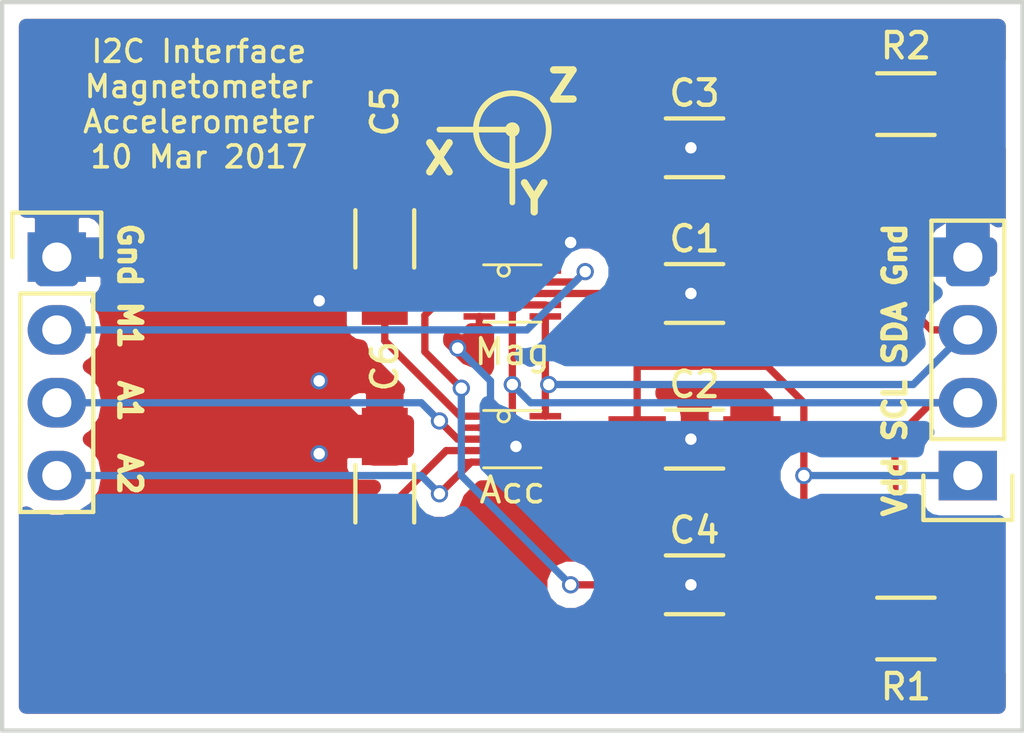
<source format=kicad_pcb>
(kicad_pcb (version 4) (host pcbnew 4.0.5)

  (general
    (links 33)
    (no_connects 0)
    (area 123.944667 101.524999 165.615334 127.16)
    (thickness 1.6)
    (drawings 17)
    (tracks 118)
    (zones 0)
    (modules 12)
    (nets 11)
  )

  (page USLetter)
  (title_block
    (title "Magnetometer-Accelerometer Prototype")
    (rev A)
  )

  (layers
    (0 F.Cu signal)
    (31 B.Cu signal)
    (32 B.Adhes user)
    (33 F.Adhes user)
    (34 B.Paste user)
    (35 F.Paste user)
    (36 B.SilkS user)
    (37 F.SilkS user)
    (38 B.Mask user)
    (39 F.Mask user)
    (40 Dwgs.User user)
    (41 Cmts.User user)
    (42 Eco1.User user)
    (43 Eco2.User user)
    (44 Edge.Cuts user)
    (45 Margin user)
    (46 B.CrtYd user)
    (47 F.CrtYd user)
    (48 B.Fab user)
    (49 F.Fab user)
  )

  (setup
    (last_trace_width 0.254)
    (trace_clearance 0.127)
    (zone_clearance 0.508)
    (zone_45_only no)
    (trace_min 0.2)
    (segment_width 0.508)
    (edge_width 0.15)
    (via_size 0.6)
    (via_drill 0.4)
    (via_min_size 0.4)
    (via_min_drill 0.3)
    (uvia_size 0.3)
    (uvia_drill 0.1)
    (uvias_allowed no)
    (uvia_min_size 0.2)
    (uvia_min_drill 0.1)
    (pcb_text_width 0.3)
    (pcb_text_size 1.5 1.5)
    (mod_edge_width 0.15)
    (mod_text_size 1 1)
    (mod_text_width 0.15)
    (pad_size 1.524 1.524)
    (pad_drill 0.762)
    (pad_to_mask_clearance 0.2)
    (aux_axis_origin 0 0)
    (visible_elements FFFFFF7F)
    (pcbplotparams
      (layerselection 0x00030_80000001)
      (usegerberextensions false)
      (excludeedgelayer true)
      (linewidth 0.010000)
      (plotframeref false)
      (viasonmask false)
      (mode 1)
      (useauxorigin false)
      (hpglpennumber 1)
      (hpglpenspeed 20)
      (hpglpendiameter 15)
      (hpglpenoverlay 2)
      (psnegative false)
      (psa4output false)
      (plotreference true)
      (plotvalue true)
      (plotinvisibletext false)
      (padsonsilk false)
      (subtractmaskfromsilk false)
      (outputformat 1)
      (mirror false)
      (drillshape 1)
      (scaleselection 1)
      (outputdirectory ""))
  )

  (net 0 "")
  (net 1 VDD)
  (net 2 GND)
  (net 3 "Net-(C3-Pad1)")
  (net 4 "Net-(C4-Pad1)")
  (net 5 "Net-(C6-Pad1)")
  (net 6 SCL)
  (net 7 SDA)
  (net 8 MAG_INT)
  (net 9 ACC_INT1)
  (net 10 ACC_INT2)

  (net_class Default "This is the default net class."
    (clearance 0.127)
    (trace_width 0.254)
    (via_dia 0.6)
    (via_drill 0.4)
    (uvia_dia 0.3)
    (uvia_drill 0.1)
    (add_net ACC_INT1)
    (add_net ACC_INT2)
    (add_net GND)
    (add_net MAG_INT)
    (add_net "Net-(C3-Pad1)")
    (add_net "Net-(C4-Pad1)")
    (add_net "Net-(C6-Pad1)")
    (add_net SCL)
    (add_net SDA)
    (add_net VDD)
  )

  (module k7arx:DFN-10-HS (layer F.Cu) (tedit 58C3224D) (tstamp 58C32C0A)
    (at 144.78 116.84)
    (path /58C3080B)
    (fp_text reference U2 (at 0 2) (layer F.SilkS) hide
      (effects (font (size 0.889 0.889) (thickness 0.15)))
    )
    (fp_text value MMA8653FC (at 0 -2) (layer F.Fab) hide
      (effects (font (size 1 1) (thickness 0.15)))
    )
    (fp_circle (center -0.3 -0.8) (end -0.1 -0.8) (layer F.SilkS) (width 0.1))
    (fp_line (start 1 1) (end -1 1) (layer F.SilkS) (width 0.1))
    (fp_line (start 1 -1) (end -1 -1) (layer F.SilkS) (width 0.1))
    (pad 1 smd rect (at -1.15 -0.8) (size 1.1 0.225) (layers F.Cu F.Paste F.Mask)
      (net 1 VDD))
    (pad 2 smd rect (at -1.15 -0.4) (size 1.1 0.225) (layers F.Cu F.Paste F.Mask)
      (net 6 SCL))
    (pad 3 smd rect (at -1.15 0) (size 1.1 0.225) (layers F.Cu F.Paste F.Mask)
      (net 9 ACC_INT1))
    (pad 4 smd rect (at -1.15 0.4) (size 1.1 0.225) (layers F.Cu F.Paste F.Mask)
      (net 5 "Net-(C6-Pad1)"))
    (pad 5 smd rect (at -1.15 0.8) (size 1.1 0.225) (layers F.Cu F.Paste F.Mask)
      (net 10 ACC_INT2))
    (pad 6 smd rect (at 1.15 0.8) (size 1.1 0.225) (layers F.Cu F.Paste F.Mask)
      (net 2 GND))
    (pad 7 smd rect (at 1.15 0.4) (size 1.1 0.225) (layers F.Cu F.Paste F.Mask)
      (net 2 GND))
    (pad 8 smd rect (at 1.15 0) (size 1.1 0.225) (layers F.Cu F.Paste F.Mask)
      (net 1 VDD))
    (pad 9 smd rect (at 1.15 -0.4) (size 1.1 0.225) (layers F.Cu F.Paste F.Mask)
      (net 2 GND))
    (pad 10 smd rect (at 1.15 -0.8) (size 1.1 0.225) (layers F.Cu F.Paste F.Mask)
      (net 7 SDA))
  )

  (module Capacitors_SMD:C_1206_HandSoldering (layer F.Cu) (tedit 58C32235) (tstamp 58C32BB4)
    (at 151.13 111.76)
    (descr "Capacitor SMD 1206, hand soldering")
    (tags "capacitor 1206")
    (path /58C308C1)
    (attr smd)
    (fp_text reference C1 (at 0 -1.905) (layer F.SilkS)
      (effects (font (size 0.889 0.889) (thickness 0.15)))
    )
    (fp_text value 1uF (at 0 2.3) (layer F.Fab) hide
      (effects (font (size 1 1) (thickness 0.15)))
    )
    (fp_line (start -1.6 0.8) (end -1.6 -0.8) (layer F.Fab) (width 0.15))
    (fp_line (start 1.6 0.8) (end -1.6 0.8) (layer F.Fab) (width 0.15))
    (fp_line (start 1.6 -0.8) (end 1.6 0.8) (layer F.Fab) (width 0.15))
    (fp_line (start -1.6 -0.8) (end 1.6 -0.8) (layer F.Fab) (width 0.15))
    (fp_line (start -3.3 -1.15) (end 3.3 -1.15) (layer F.CrtYd) (width 0.05))
    (fp_line (start -3.3 1.15) (end 3.3 1.15) (layer F.CrtYd) (width 0.05))
    (fp_line (start -3.3 -1.15) (end -3.3 1.15) (layer F.CrtYd) (width 0.05))
    (fp_line (start 3.3 -1.15) (end 3.3 1.15) (layer F.CrtYd) (width 0.05))
    (fp_line (start 1 -1.025) (end -1 -1.025) (layer F.SilkS) (width 0.15))
    (fp_line (start -1 1.025) (end 1 1.025) (layer F.SilkS) (width 0.15))
    (pad 1 smd rect (at -2 0) (size 2 1.6) (layers F.Cu F.Paste F.Mask)
      (net 1 VDD))
    (pad 2 smd rect (at 2 0) (size 2 1.6) (layers F.Cu F.Paste F.Mask)
      (net 2 GND))
    (model Capacitors_SMD.3dshapes/C_1206_HandSoldering.wrl
      (at (xyz 0 0 0))
      (scale (xyz 1 1 1))
      (rotate (xyz 0 0 0))
    )
  )

  (module Capacitors_SMD:C_1206_HandSoldering (layer F.Cu) (tedit 58C3225E) (tstamp 58C32BBA)
    (at 151.13 116.84)
    (descr "Capacitor SMD 1206, hand soldering")
    (tags "capacitor 1206")
    (path /58C3089C)
    (attr smd)
    (fp_text reference C2 (at 0 -1.905) (layer F.SilkS)
      (effects (font (size 0.889 0.889) (thickness 0.15)))
    )
    (fp_text value 0.1uF (at 0 2.3) (layer F.Fab) hide
      (effects (font (size 1 1) (thickness 0.15)))
    )
    (fp_line (start -1.6 0.8) (end -1.6 -0.8) (layer F.Fab) (width 0.15))
    (fp_line (start 1.6 0.8) (end -1.6 0.8) (layer F.Fab) (width 0.15))
    (fp_line (start 1.6 -0.8) (end 1.6 0.8) (layer F.Fab) (width 0.15))
    (fp_line (start -1.6 -0.8) (end 1.6 -0.8) (layer F.Fab) (width 0.15))
    (fp_line (start -3.3 -1.15) (end 3.3 -1.15) (layer F.CrtYd) (width 0.05))
    (fp_line (start -3.3 1.15) (end 3.3 1.15) (layer F.CrtYd) (width 0.05))
    (fp_line (start -3.3 -1.15) (end -3.3 1.15) (layer F.CrtYd) (width 0.05))
    (fp_line (start 3.3 -1.15) (end 3.3 1.15) (layer F.CrtYd) (width 0.05))
    (fp_line (start 1 -1.025) (end -1 -1.025) (layer F.SilkS) (width 0.15))
    (fp_line (start -1 1.025) (end 1 1.025) (layer F.SilkS) (width 0.15))
    (pad 1 smd rect (at -2 0) (size 2 1.6) (layers F.Cu F.Paste F.Mask)
      (net 1 VDD))
    (pad 2 smd rect (at 2 0) (size 2 1.6) (layers F.Cu F.Paste F.Mask)
      (net 2 GND))
    (model Capacitors_SMD.3dshapes/C_1206_HandSoldering.wrl
      (at (xyz 0 0 0))
      (scale (xyz 1 1 1))
      (rotate (xyz 0 0 0))
    )
  )

  (module Capacitors_SMD:C_1206_HandSoldering (layer F.Cu) (tedit 58C3222E) (tstamp 58C32BC0)
    (at 151.13 106.68)
    (descr "Capacitor SMD 1206, hand soldering")
    (tags "capacitor 1206")
    (path /58C30858)
    (attr smd)
    (fp_text reference C3 (at 0 -1.905) (layer F.SilkS)
      (effects (font (size 0.889 0.889) (thickness 0.15)))
    )
    (fp_text value 0.1uF (at 0 2.3) (layer F.Fab) hide
      (effects (font (size 1 1) (thickness 0.15)))
    )
    (fp_line (start -1.6 0.8) (end -1.6 -0.8) (layer F.Fab) (width 0.15))
    (fp_line (start 1.6 0.8) (end -1.6 0.8) (layer F.Fab) (width 0.15))
    (fp_line (start 1.6 -0.8) (end 1.6 0.8) (layer F.Fab) (width 0.15))
    (fp_line (start -1.6 -0.8) (end 1.6 -0.8) (layer F.Fab) (width 0.15))
    (fp_line (start -3.3 -1.15) (end 3.3 -1.15) (layer F.CrtYd) (width 0.05))
    (fp_line (start -3.3 1.15) (end 3.3 1.15) (layer F.CrtYd) (width 0.05))
    (fp_line (start -3.3 -1.15) (end -3.3 1.15) (layer F.CrtYd) (width 0.05))
    (fp_line (start 3.3 -1.15) (end 3.3 1.15) (layer F.CrtYd) (width 0.05))
    (fp_line (start 1 -1.025) (end -1 -1.025) (layer F.SilkS) (width 0.15))
    (fp_line (start -1 1.025) (end 1 1.025) (layer F.SilkS) (width 0.15))
    (pad 1 smd rect (at -2 0) (size 2 1.6) (layers F.Cu F.Paste F.Mask)
      (net 3 "Net-(C3-Pad1)"))
    (pad 2 smd rect (at 2 0) (size 2 1.6) (layers F.Cu F.Paste F.Mask)
      (net 2 GND))
    (model Capacitors_SMD.3dshapes/C_1206_HandSoldering.wrl
      (at (xyz 0 0 0))
      (scale (xyz 1 1 1))
      (rotate (xyz 0 0 0))
    )
  )

  (module Capacitors_SMD:C_1206_HandSoldering (layer F.Cu) (tedit 58C32266) (tstamp 58C32BC6)
    (at 151.13 121.92)
    (descr "Capacitor SMD 1206, hand soldering")
    (tags "capacitor 1206")
    (path /58C30A88)
    (attr smd)
    (fp_text reference C4 (at 0 -1.905) (layer F.SilkS)
      (effects (font (size 0.889 0.889) (thickness 0.15)))
    )
    (fp_text value 0.1uF (at 0 2.3) (layer F.Fab) hide
      (effects (font (size 1 1) (thickness 0.15)))
    )
    (fp_line (start -1.6 0.8) (end -1.6 -0.8) (layer F.Fab) (width 0.15))
    (fp_line (start 1.6 0.8) (end -1.6 0.8) (layer F.Fab) (width 0.15))
    (fp_line (start 1.6 -0.8) (end 1.6 0.8) (layer F.Fab) (width 0.15))
    (fp_line (start -1.6 -0.8) (end 1.6 -0.8) (layer F.Fab) (width 0.15))
    (fp_line (start -3.3 -1.15) (end 3.3 -1.15) (layer F.CrtYd) (width 0.05))
    (fp_line (start -3.3 1.15) (end 3.3 1.15) (layer F.CrtYd) (width 0.05))
    (fp_line (start -3.3 -1.15) (end -3.3 1.15) (layer F.CrtYd) (width 0.05))
    (fp_line (start 3.3 -1.15) (end 3.3 1.15) (layer F.CrtYd) (width 0.05))
    (fp_line (start 1 -1.025) (end -1 -1.025) (layer F.SilkS) (width 0.15))
    (fp_line (start -1 1.025) (end 1 1.025) (layer F.SilkS) (width 0.15))
    (pad 1 smd rect (at -2 0) (size 2 1.6) (layers F.Cu F.Paste F.Mask)
      (net 4 "Net-(C4-Pad1)"))
    (pad 2 smd rect (at 2 0) (size 2 1.6) (layers F.Cu F.Paste F.Mask)
      (net 2 GND))
    (model Capacitors_SMD.3dshapes/C_1206_HandSoldering.wrl
      (at (xyz 0 0 0))
      (scale (xyz 1 1 1))
      (rotate (xyz 0 0 0))
    )
  )

  (module Capacitors_SMD:C_1206_HandSoldering (layer F.Cu) (tedit 58C32228) (tstamp 58C32BCC)
    (at 140.335 109.855 90)
    (descr "Capacitor SMD 1206, hand soldering")
    (tags "capacitor 1206")
    (path /58C30B99)
    (attr smd)
    (fp_text reference C5 (at 4.445 0 90) (layer F.SilkS)
      (effects (font (size 0.889 0.889) (thickness 0.15)))
    )
    (fp_text value 0.1uF (at 0 2.3 90) (layer F.Fab) hide
      (effects (font (size 1 1) (thickness 0.15)))
    )
    (fp_line (start -1.6 0.8) (end -1.6 -0.8) (layer F.Fab) (width 0.15))
    (fp_line (start 1.6 0.8) (end -1.6 0.8) (layer F.Fab) (width 0.15))
    (fp_line (start 1.6 -0.8) (end 1.6 0.8) (layer F.Fab) (width 0.15))
    (fp_line (start -1.6 -0.8) (end 1.6 -0.8) (layer F.Fab) (width 0.15))
    (fp_line (start -3.3 -1.15) (end 3.3 -1.15) (layer F.CrtYd) (width 0.05))
    (fp_line (start -3.3 1.15) (end 3.3 1.15) (layer F.CrtYd) (width 0.05))
    (fp_line (start -3.3 -1.15) (end -3.3 1.15) (layer F.CrtYd) (width 0.05))
    (fp_line (start 3.3 -1.15) (end 3.3 1.15) (layer F.CrtYd) (width 0.05))
    (fp_line (start 1 -1.025) (end -1 -1.025) (layer F.SilkS) (width 0.15))
    (fp_line (start -1 1.025) (end 1 1.025) (layer F.SilkS) (width 0.15))
    (pad 1 smd rect (at -2 0 90) (size 2 1.6) (layers F.Cu F.Paste F.Mask)
      (net 1 VDD))
    (pad 2 smd rect (at 2 0 90) (size 2 1.6) (layers F.Cu F.Paste F.Mask)
      (net 2 GND))
    (model Capacitors_SMD.3dshapes/C_1206_HandSoldering.wrl
      (at (xyz 0 0 0))
      (scale (xyz 1 1 1))
      (rotate (xyz 0 0 0))
    )
  )

  (module Capacitors_SMD:C_1206_HandSoldering (layer F.Cu) (tedit 58C32220) (tstamp 58C32BD2)
    (at 140.335 118.745 90)
    (descr "Capacitor SMD 1206, hand soldering")
    (tags "capacitor 1206")
    (path /58C30F37)
    (attr smd)
    (fp_text reference C6 (at 4.445 0 90) (layer F.SilkS)
      (effects (font (size 0.889 0.889) (thickness 0.15)))
    )
    (fp_text value 0.1uF (at 0 2.3 90) (layer F.Fab) hide
      (effects (font (size 1 1) (thickness 0.15)))
    )
    (fp_line (start -1.6 0.8) (end -1.6 -0.8) (layer F.Fab) (width 0.15))
    (fp_line (start 1.6 0.8) (end -1.6 0.8) (layer F.Fab) (width 0.15))
    (fp_line (start 1.6 -0.8) (end 1.6 0.8) (layer F.Fab) (width 0.15))
    (fp_line (start -1.6 -0.8) (end 1.6 -0.8) (layer F.Fab) (width 0.15))
    (fp_line (start -3.3 -1.15) (end 3.3 -1.15) (layer F.CrtYd) (width 0.05))
    (fp_line (start -3.3 1.15) (end 3.3 1.15) (layer F.CrtYd) (width 0.05))
    (fp_line (start -3.3 -1.15) (end -3.3 1.15) (layer F.CrtYd) (width 0.05))
    (fp_line (start 3.3 -1.15) (end 3.3 1.15) (layer F.CrtYd) (width 0.05))
    (fp_line (start 1 -1.025) (end -1 -1.025) (layer F.SilkS) (width 0.15))
    (fp_line (start -1 1.025) (end 1 1.025) (layer F.SilkS) (width 0.15))
    (pad 1 smd rect (at -2 0 90) (size 2 1.6) (layers F.Cu F.Paste F.Mask)
      (net 5 "Net-(C6-Pad1)"))
    (pad 2 smd rect (at 2 0 90) (size 2 1.6) (layers F.Cu F.Paste F.Mask)
      (net 2 GND))
    (model Capacitors_SMD.3dshapes/C_1206_HandSoldering.wrl
      (at (xyz 0 0 0))
      (scale (xyz 1 1 1))
      (rotate (xyz 0 0 0))
    )
  )

  (module Pin_Headers:Pin_Header_Straight_1x04 (layer F.Cu) (tedit 58C321EE) (tstamp 58C32BDA)
    (at 160.655 118.11 180)
    (descr "Through hole pin header")
    (tags "pin header")
    (path /58C31BF6)
    (fp_text reference P1 (at 0 10.16 180) (layer F.SilkS) hide
      (effects (font (size 1 1) (thickness 0.15)))
    )
    (fp_text value CONN_01X04 (at 0 -3.1 180) (layer F.Fab) hide
      (effects (font (size 1 1) (thickness 0.15)))
    )
    (fp_line (start -1.75 -1.75) (end -1.75 9.4) (layer F.CrtYd) (width 0.05))
    (fp_line (start 1.75 -1.75) (end 1.75 9.4) (layer F.CrtYd) (width 0.05))
    (fp_line (start -1.75 -1.75) (end 1.75 -1.75) (layer F.CrtYd) (width 0.05))
    (fp_line (start -1.75 9.4) (end 1.75 9.4) (layer F.CrtYd) (width 0.05))
    (fp_line (start -1.27 1.27) (end -1.27 8.89) (layer F.SilkS) (width 0.15))
    (fp_line (start 1.27 1.27) (end 1.27 8.89) (layer F.SilkS) (width 0.15))
    (fp_line (start 1.55 -1.55) (end 1.55 0) (layer F.SilkS) (width 0.15))
    (fp_line (start -1.27 8.89) (end 1.27 8.89) (layer F.SilkS) (width 0.15))
    (fp_line (start 1.27 1.27) (end -1.27 1.27) (layer F.SilkS) (width 0.15))
    (fp_line (start -1.55 0) (end -1.55 -1.55) (layer F.SilkS) (width 0.15))
    (fp_line (start -1.55 -1.55) (end 1.55 -1.55) (layer F.SilkS) (width 0.15))
    (pad 1 thru_hole rect (at 0 0 180) (size 2.032 1.7272) (drill 1.016) (layers *.Cu *.Mask)
      (net 1 VDD))
    (pad 2 thru_hole oval (at 0 2.54 180) (size 2.032 1.7272) (drill 1.016) (layers *.Cu *.Mask)
      (net 6 SCL))
    (pad 3 thru_hole oval (at 0 5.08 180) (size 2.032 1.7272) (drill 1.016) (layers *.Cu *.Mask)
      (net 7 SDA))
    (pad 4 thru_hole oval (at 0 7.62 180) (size 2.032 1.7272) (drill 1.016) (layers *.Cu *.Mask)
      (net 2 GND))
    (model Pin_Headers.3dshapes/Pin_Header_Straight_1x04.wrl
      (at (xyz 0 -0.15 0))
      (scale (xyz 1 1 1))
      (rotate (xyz 0 0 90))
    )
  )

  (module Pin_Headers:Pin_Header_Straight_1x04 (layer F.Cu) (tedit 58C321EA) (tstamp 58C32BE2)
    (at 128.905 110.49)
    (descr "Through hole pin header")
    (tags "pin header")
    (path /58C31C54)
    (fp_text reference P2 (at 0 -2.54) (layer F.SilkS) hide
      (effects (font (size 1 1) (thickness 0.15)))
    )
    (fp_text value CONN_01X04 (at 0 -3.1) (layer F.Fab) hide
      (effects (font (size 1 1) (thickness 0.15)))
    )
    (fp_line (start -1.75 -1.75) (end -1.75 9.4) (layer F.CrtYd) (width 0.05))
    (fp_line (start 1.75 -1.75) (end 1.75 9.4) (layer F.CrtYd) (width 0.05))
    (fp_line (start -1.75 -1.75) (end 1.75 -1.75) (layer F.CrtYd) (width 0.05))
    (fp_line (start -1.75 9.4) (end 1.75 9.4) (layer F.CrtYd) (width 0.05))
    (fp_line (start -1.27 1.27) (end -1.27 8.89) (layer F.SilkS) (width 0.15))
    (fp_line (start 1.27 1.27) (end 1.27 8.89) (layer F.SilkS) (width 0.15))
    (fp_line (start 1.55 -1.55) (end 1.55 0) (layer F.SilkS) (width 0.15))
    (fp_line (start -1.27 8.89) (end 1.27 8.89) (layer F.SilkS) (width 0.15))
    (fp_line (start 1.27 1.27) (end -1.27 1.27) (layer F.SilkS) (width 0.15))
    (fp_line (start -1.55 0) (end -1.55 -1.55) (layer F.SilkS) (width 0.15))
    (fp_line (start -1.55 -1.55) (end 1.55 -1.55) (layer F.SilkS) (width 0.15))
    (pad 1 thru_hole rect (at 0 0) (size 2.032 1.7272) (drill 1.016) (layers *.Cu *.Mask)
      (net 2 GND))
    (pad 2 thru_hole oval (at 0 2.54) (size 2.032 1.7272) (drill 1.016) (layers *.Cu *.Mask)
      (net 8 MAG_INT))
    (pad 3 thru_hole oval (at 0 5.08) (size 2.032 1.7272) (drill 1.016) (layers *.Cu *.Mask)
      (net 9 ACC_INT1))
    (pad 4 thru_hole oval (at 0 7.62) (size 2.032 1.7272) (drill 1.016) (layers *.Cu *.Mask)
      (net 10 ACC_INT2))
    (model Pin_Headers.3dshapes/Pin_Header_Straight_1x04.wrl
      (at (xyz 0 -0.15 0))
      (scale (xyz 1 1 1))
      (rotate (xyz 0 0 90))
    )
  )

  (module Resistors_SMD:R_1206_HandSoldering (layer F.Cu) (tedit 58C3226F) (tstamp 58C32BE8)
    (at 158.496 123.444)
    (descr "Resistor SMD 1206, hand soldering")
    (tags "resistor 1206")
    (path /58C31450)
    (attr smd)
    (fp_text reference R1 (at 0 2.032) (layer F.SilkS)
      (effects (font (size 0.889 0.889) (thickness 0.15)))
    )
    (fp_text value 4.7k (at 0 2.3) (layer F.Fab) hide
      (effects (font (size 1 1) (thickness 0.15)))
    )
    (fp_line (start -1.6 0.8) (end -1.6 -0.8) (layer F.Fab) (width 0.1))
    (fp_line (start 1.6 0.8) (end -1.6 0.8) (layer F.Fab) (width 0.1))
    (fp_line (start 1.6 -0.8) (end 1.6 0.8) (layer F.Fab) (width 0.1))
    (fp_line (start -1.6 -0.8) (end 1.6 -0.8) (layer F.Fab) (width 0.1))
    (fp_line (start -3.3 -1.2) (end 3.3 -1.2) (layer F.CrtYd) (width 0.05))
    (fp_line (start -3.3 1.2) (end 3.3 1.2) (layer F.CrtYd) (width 0.05))
    (fp_line (start -3.3 -1.2) (end -3.3 1.2) (layer F.CrtYd) (width 0.05))
    (fp_line (start 3.3 -1.2) (end 3.3 1.2) (layer F.CrtYd) (width 0.05))
    (fp_line (start 1 1.075) (end -1 1.075) (layer F.SilkS) (width 0.15))
    (fp_line (start -1 -1.075) (end 1 -1.075) (layer F.SilkS) (width 0.15))
    (pad 1 smd rect (at -2 0) (size 2 1.7) (layers F.Cu F.Paste F.Mask)
      (net 1 VDD))
    (pad 2 smd rect (at 2 0) (size 2 1.7) (layers F.Cu F.Paste F.Mask)
      (net 6 SCL))
    (model Resistors_SMD.3dshapes/R_1206_HandSoldering.wrl
      (at (xyz 0 0 0))
      (scale (xyz 1 1 1))
      (rotate (xyz 0 0 0))
    )
  )

  (module Resistors_SMD:R_1206_HandSoldering (layer F.Cu) (tedit 58C32278) (tstamp 58C32BEE)
    (at 158.496 105.156)
    (descr "Resistor SMD 1206, hand soldering")
    (tags "resistor 1206")
    (path /58C314F5)
    (attr smd)
    (fp_text reference R2 (at 0 -2.032) (layer F.SilkS)
      (effects (font (size 0.889 0.889) (thickness 0.15)))
    )
    (fp_text value 4.7k (at 0 2.3) (layer F.Fab) hide
      (effects (font (size 1 1) (thickness 0.15)))
    )
    (fp_line (start -1.6 0.8) (end -1.6 -0.8) (layer F.Fab) (width 0.1))
    (fp_line (start 1.6 0.8) (end -1.6 0.8) (layer F.Fab) (width 0.1))
    (fp_line (start 1.6 -0.8) (end 1.6 0.8) (layer F.Fab) (width 0.1))
    (fp_line (start -1.6 -0.8) (end 1.6 -0.8) (layer F.Fab) (width 0.1))
    (fp_line (start -3.3 -1.2) (end 3.3 -1.2) (layer F.CrtYd) (width 0.05))
    (fp_line (start -3.3 1.2) (end 3.3 1.2) (layer F.CrtYd) (width 0.05))
    (fp_line (start -3.3 -1.2) (end -3.3 1.2) (layer F.CrtYd) (width 0.05))
    (fp_line (start 3.3 -1.2) (end 3.3 1.2) (layer F.CrtYd) (width 0.05))
    (fp_line (start 1 1.075) (end -1 1.075) (layer F.SilkS) (width 0.15))
    (fp_line (start -1 -1.075) (end 1 -1.075) (layer F.SilkS) (width 0.15))
    (pad 1 smd rect (at -2 0) (size 2 1.7) (layers F.Cu F.Paste F.Mask)
      (net 1 VDD))
    (pad 2 smd rect (at 2 0) (size 2 1.7) (layers F.Cu F.Paste F.Mask)
      (net 7 SDA))
    (model Resistors_SMD.3dshapes/R_1206_HandSoldering.wrl
      (at (xyz 0 0 0))
      (scale (xyz 1 1 1))
      (rotate (xyz 0 0 0))
    )
  )

  (module k7arx:DFN-10-HS (layer F.Cu) (tedit 58C32240) (tstamp 58C32BFC)
    (at 144.78 111.76)
    (path /58C307DA)
    (fp_text reference U1 (at 0 2) (layer F.SilkS) hide
      (effects (font (size 0.889 0.889) (thickness 0.15)))
    )
    (fp_text value MAG3110 (at 0 -2) (layer F.Fab) hide
      (effects (font (size 1 1) (thickness 0.15)))
    )
    (fp_circle (center -0.3 -0.8) (end -0.1 -0.8) (layer F.SilkS) (width 0.1))
    (fp_line (start 1 1) (end -1 1) (layer F.SilkS) (width 0.1))
    (fp_line (start 1 -1) (end -1 -1) (layer F.SilkS) (width 0.1))
    (pad 1 smd rect (at -1.15 -0.8) (size 1.1 0.225) (layers F.Cu F.Paste F.Mask)
      (net 3 "Net-(C3-Pad1)"))
    (pad 2 smd rect (at -1.15 -0.4) (size 1.1 0.225) (layers F.Cu F.Paste F.Mask)
      (net 1 VDD))
    (pad 3 smd rect (at -1.15 0) (size 1.1 0.225) (layers F.Cu F.Paste F.Mask))
    (pad 4 smd rect (at -1.15 0.4) (size 1.1 0.225) (layers F.Cu F.Paste F.Mask)
      (net 4 "Net-(C4-Pad1)"))
    (pad 5 smd rect (at -1.15 0.8) (size 1.1 0.225) (layers F.Cu F.Paste F.Mask)
      (net 2 GND))
    (pad 6 smd rect (at 1.15 0.8) (size 1.1 0.225) (layers F.Cu F.Paste F.Mask)
      (net 7 SDA))
    (pad 7 smd rect (at 1.15 0.4) (size 1.1 0.225) (layers F.Cu F.Paste F.Mask)
      (net 6 SCL))
    (pad 8 smd rect (at 1.15 0) (size 1.1 0.225) (layers F.Cu F.Paste F.Mask)
      (net 1 VDD))
    (pad 9 smd rect (at 1.15 -0.4) (size 1.1 0.225) (layers F.Cu F.Paste F.Mask)
      (net 8 MAG_INT))
    (pad 10 smd rect (at 1.15 -0.8) (size 1.1 0.225) (layers F.Cu F.Paste F.Mask)
      (net 2 GND))
  )

  (gr_text "I2C Interface\nMagnetometer\nAccelerometer\n10 Mar 2017" (at 133.858 105.156) (layer F.SilkS)
    (effects (font (size 0.762 0.762) (thickness 0.127)))
  )
  (gr_text Acc (at 144.78 118.618) (layer F.SilkS)
    (effects (font (size 0.889 0.889) (thickness 0.127)))
  )
  (gr_text Mag (at 144.78 113.792) (layer F.SilkS)
    (effects (font (size 0.889 0.889) (thickness 0.127)))
  )
  (gr_circle (center 144.78 106.045) (end 144.907 106.045) (layer F.SilkS) (width 0.254))
  (gr_line (start 144.78 106.045) (end 144.78 108.585) (angle 90) (layer F.SilkS) (width 0.2))
  (gr_line (start 142.24 106.045) (end 144.78 106.045) (angle 90) (layer F.SilkS) (width 0.2))
  (gr_text Y (at 145.542 108.458) (layer F.SilkS)
    (effects (font (size 1.016 1.016) (thickness 0.254)))
  )
  (gr_text X (at 142.24 107.061) (layer F.SilkS)
    (effects (font (size 1.016 1.016) (thickness 0.254)))
  )
  (gr_text Z (at 146.558 104.521) (layer F.SilkS)
    (effects (font (size 1.016 1.016) (thickness 0.254)))
  )
  (gr_circle (center 144.78 106.045) (end 144.78 104.775) (layer F.SilkS) (width 0.2))
  (gr_text "Vdd SCL SDA Gnd" (at 158.115 109.22 90) (layer F.SilkS)
    (effects (font (size 0.762 0.762) (thickness 0.1905)) (justify right))
  )
  (gr_text "Gnd M1  A1  A2" (at 131.445 109.22 270) (layer F.SilkS)
    (effects (font (size 0.762 0.762) (thickness 0.1905)) (justify left))
  )
  (gr_text K7ARX (at 136.652 124.714) (layer F.Mask)
    (effects (font (size 3 3) (thickness 0.6)))
  )
  (gr_line (start 127 101.6) (end 162.56 101.6) (angle 90) (layer Edge.Cuts) (width 0.15))
  (gr_line (start 127 127) (end 127 101.6) (angle 90) (layer Edge.Cuts) (width 0.15))
  (gr_line (start 162.56 127) (end 127 127) (angle 90) (layer Edge.Cuts) (width 0.15))
  (gr_line (start 162.56 101.6) (end 162.56 127) (angle 90) (layer Edge.Cuts) (width 0.15))

  (segment (start 160.655 118.11) (end 154.94 118.11) (width 0.254) (layer B.Cu) (net 1))
  (via (at 154.94 118.11) (size 0.6) (drill 0.4) (layers F.Cu B.Cu) (net 1))
  (segment (start 154.94 119.38) (end 154.94 121.888) (width 0.254) (layer F.Cu) (net 1))
  (segment (start 154.94 115.57) (end 154.94 118.11) (width 0.254) (layer F.Cu) (net 1) (tstamp 58C33018))
  (segment (start 154.94 118.11) (end 154.94 119.38) (width 0.254) (layer F.Cu) (net 1) (tstamp 58C337AF))
  (segment (start 153.67 114.3) (end 154.94 115.57) (width 0.254) (layer F.Cu) (net 1))
  (segment (start 154.94 121.888) (end 156.496 123.444) (width 0.254) (layer F.Cu) (net 1) (tstamp 58C33797))
  (segment (start 154.94 109.855) (end 154.94 106.712) (width 0.254) (layer F.Cu) (net 1))
  (segment (start 154.94 106.712) (end 156.496 105.156) (width 0.254) (layer F.Cu) (net 1) (tstamp 58C33793))
  (segment (start 153.67 114.3) (end 154.94 113.03) (width 0.254) (layer F.Cu) (net 1) (tstamp 58C33010))
  (segment (start 154.94 113.03) (end 154.94 109.855) (width 0.254) (layer F.Cu) (net 1) (tstamp 58C33012))
  (segment (start 154.94 109.855) (end 154.94 109.76) (width 0.254) (layer F.Cu) (net 1) (tstamp 58C33791))
  (segment (start 143.63 116.04) (end 142.964 116.04) (width 0.254) (layer F.Cu) (net 1))
  (segment (start 140.335 113.411) (end 140.335 111.855) (width 0.254) (layer F.Cu) (net 1) (tstamp 58C336C3))
  (segment (start 142.964 116.04) (end 140.335 113.411) (width 0.254) (layer F.Cu) (net 1) (tstamp 58C336C2))
  (segment (start 145.93 111.76) (end 149.13 111.76) (width 0.254) (layer F.Cu) (net 1))
  (segment (start 143.63 111.36) (end 140.83 111.36) (width 0.254) (layer F.Cu) (net 1))
  (segment (start 140.83 111.36) (end 140.335 111.855) (width 0.254) (layer F.Cu) (net 1) (tstamp 58C33665))
  (segment (start 143.63 111.36) (end 144.634 111.36) (width 0.254) (layer F.Cu) (net 1))
  (segment (start 145.034 111.76) (end 144.78 111.506) (width 0.254) (layer F.Cu) (net 1) (tstamp 58C3365F))
  (segment (start 145.034 111.76) (end 145.93 111.76) (width 0.254) (layer F.Cu) (net 1))
  (segment (start 144.634 111.36) (end 144.78 111.506) (width 0.254) (layer F.Cu) (net 1) (tstamp 58C33662))
  (segment (start 149.13 114.3) (end 153.67 114.3) (width 0.254) (layer F.Cu) (net 1))
  (segment (start 140.43 111.76) (end 140.335 111.855) (width 0.254) (layer F.Cu) (net 1) (tstamp 58C32F0F))
  (segment (start 148.73 112.16) (end 149.13 111.76) (width 0.254) (layer F.Cu) (net 1) (tstamp 58C32E3A))
  (segment (start 145.93 116.84) (end 149.13 116.84) (width 0.254) (layer F.Cu) (net 1))
  (segment (start 149.13 111.76) (end 149.13 114.3) (width 0.254) (layer F.Cu) (net 1))
  (segment (start 149.13 114.3) (end 149.13 116.84) (width 0.254) (layer F.Cu) (net 1) (tstamp 58C3300E))
  (segment (start 142.875 113.665) (end 144.018 114.808) (width 0.254) (layer B.Cu) (net 2))
  (via (at 144.907 117.094) (size 0.6) (drill 0.4) (layers F.Cu B.Cu) (net 2))
  (segment (start 143.63 112.91) (end 142.875 113.665) (width 0.254) (layer F.Cu) (net 2) (tstamp 58C338F2))
  (via (at 142.875 113.665) (size 0.6) (drill 0.4) (layers F.Cu B.Cu) (net 2))
  (segment (start 143.63 112.56) (end 143.63 112.91) (width 0.254) (layer F.Cu) (net 2) (status 400000))
  (segment (start 144.018 116.205) (end 144.907 117.094) (width 0.254) (layer B.Cu) (net 2) (tstamp 58C338F7))
  (segment (start 144.018 114.808) (end 144.018 116.205) (width 0.254) (layer B.Cu) (net 2) (tstamp 58C338F6))
  (segment (start 145.93 110.96) (end 145.93 110.864) (width 0.254) (layer F.Cu) (net 2))
  (segment (start 145.93 110.864) (end 146.812 109.982) (width 0.254) (layer F.Cu) (net 2) (tstamp 58C336EA))
  (via (at 146.812 109.982) (size 0.6) (drill 0.4) (layers F.Cu B.Cu) (net 2))
  (segment (start 145.93 117.64) (end 145.199 117.64) (width 0.254) (layer F.Cu) (net 2))
  (segment (start 144.907 117.348) (end 144.907 117.094) (width 0.254) (layer F.Cu) (net 2) (tstamp 58C33036))
  (segment (start 145.199 117.64) (end 144.907 117.348) (width 0.254) (layer F.Cu) (net 2) (tstamp 58C33035))
  (segment (start 145.93 117.24) (end 145.053 117.24) (width 0.254) (layer F.Cu) (net 2))
  (segment (start 145.307 116.44) (end 144.907 116.84) (width 0.254) (layer F.Cu) (net 2) (tstamp 58C3302E))
  (segment (start 145.307 116.44) (end 145.93 116.44) (width 0.254) (layer F.Cu) (net 2))
  (segment (start 144.907 117.094) (end 144.907 116.84) (width 0.254) (layer F.Cu) (net 2) (tstamp 58C33032))
  (segment (start 145.053 117.24) (end 144.907 117.094) (width 0.254) (layer F.Cu) (net 2) (tstamp 58C33031))
  (segment (start 140.335 116.745) (end 139.986 116.745) (width 0.254) (layer F.Cu) (net 2))
  (segment (start 139.986 116.745) (end 138.049 114.808) (width 0.254) (layer F.Cu) (net 2) (tstamp 58C33079))
  (segment (start 138.049 117.348) (end 138.049 114.808) (width 0.254) (layer F.Cu) (net 2))
  (segment (start 138.049 112.014) (end 138.049 108.966) (width 0.254) (layer F.Cu) (net 2) (tstamp 58C33053))
  (segment (start 138.049 114.808) (end 138.049 112.014) (width 0.254) (layer F.Cu) (net 2) (tstamp 58C3304B))
  (segment (start 138.049 108.966) (end 139.16 107.855) (width 0.254) (layer F.Cu) (net 2) (tstamp 58C33046))
  (segment (start 139.16 107.855) (end 140.335 107.855) (width 0.254) (layer F.Cu) (net 2) (tstamp 58C33047))
  (via (at 138.049 114.808) (size 0.6) (drill 0.4) (layers F.Cu B.Cu) (net 2))
  (via (at 138.049 112.014) (size 0.6) (drill 0.4) (layers F.Cu B.Cu) (net 2))
  (via (at 138.049 117.348) (size 0.6) (drill 0.4) (layers F.Cu B.Cu) (net 2))
  (segment (start 153.13 106.68) (end 151.003 106.68) (width 0.254) (layer F.Cu) (net 2))
  (via (at 151.003 106.68) (size 0.6) (drill 0.4) (layers F.Cu B.Cu) (net 2))
  (via (at 151.003 111.76) (size 0.6) (drill 0.4) (layers F.Cu B.Cu) (net 2))
  (segment (start 151.003 111.76) (end 153.13 111.76) (width 0.254) (layer F.Cu) (net 2) (tstamp 58C33062))
  (segment (start 153.13 116.84) (end 151.003 116.84) (width 0.254) (layer F.Cu) (net 2))
  (via (at 151.003 116.84) (size 0.6) (drill 0.4) (layers F.Cu B.Cu) (net 2))
  (via (at 151.003 121.92) (size 0.6) (drill 0.4) (layers F.Cu B.Cu) (net 2))
  (segment (start 151.003 121.92) (end 153.13 121.92) (width 0.254) (layer F.Cu) (net 2) (tstamp 58C3305A))
  (segment (start 143.63 110.96) (end 144.85 110.96) (width 0.254) (layer F.Cu) (net 3))
  (segment (start 144.85 110.96) (end 149.13 106.68) (width 0.254) (layer F.Cu) (net 3) (tstamp 58C3369E))
  (segment (start 149.13 121.92) (end 146.812 121.92) (width 0.254) (layer F.Cu) (net 4))
  (segment (start 143.002 118.11) (end 146.812 121.92) (width 0.254) (layer B.Cu) (net 4) (tstamp 58C33705))
  (via (at 146.812 121.92) (size 0.6) (drill 0.4) (layers F.Cu B.Cu) (net 4))
  (segment (start 142.094 112.16) (end 143.63 112.16) (width 0.254) (layer F.Cu) (net 4))
  (segment (start 141.732 113.792) (end 143.002 115.062) (width 0.254) (layer F.Cu) (net 4) (tstamp 58C336F6))
  (via (at 143.002 115.062) (size 0.6) (drill 0.4) (layers F.Cu B.Cu) (net 4))
  (segment (start 141.732 112.522) (end 141.732 113.792) (width 0.254) (layer F.Cu) (net 4) (tstamp 58C33702))
  (segment (start 142.094 112.16) (end 141.732 112.522) (width 0.254) (layer F.Cu) (net 4) (tstamp 58C33701))
  (segment (start 143.002 115.062) (end 143.002 118.11) (width 0.254) (layer B.Cu) (net 4))
  (segment (start 149.13 121.92) (end 149.13 121.825) (width 0.254) (layer F.Cu) (net 4))
  (segment (start 143.63 117.24) (end 142.475 117.24) (width 0.254) (layer F.Cu) (net 5))
  (segment (start 140.335 119.38) (end 140.335 120.745) (width 0.254) (layer F.Cu) (net 5) (tstamp 58C32F18))
  (segment (start 142.475 117.24) (end 140.335 119.38) (width 0.254) (layer F.Cu) (net 5) (tstamp 58C32F16))
  (segment (start 160.655 115.57) (end 159.385 115.57) (width 0.254) (layer F.Cu) (net 6))
  (segment (start 158.115 121.063) (end 160.496 123.444) (width 0.254) (layer F.Cu) (net 6) (tstamp 58C3379F))
  (segment (start 158.115 116.84) (end 158.115 121.063) (width 0.254) (layer F.Cu) (net 6) (tstamp 58C3379D))
  (segment (start 159.385 115.57) (end 158.115 116.84) (width 0.254) (layer F.Cu) (net 6) (tstamp 58C3379B))
  (segment (start 160.655 115.57) (end 145.415 115.57) (width 0.254) (layer B.Cu) (net 6))
  (via (at 144.78 114.935) (size 0.6) (drill 0.4) (layers F.Cu B.Cu) (net 6))
  (segment (start 145.415 115.57) (end 144.78 114.935) (width 0.254) (layer B.Cu) (net 6))
  (segment (start 145.93 112.16) (end 145.015 112.16) (width 0.254) (layer F.Cu) (net 6))
  (segment (start 144.78 112.395) (end 144.78 114.935) (width 0.254) (layer F.Cu) (net 6) (tstamp 58C3365C))
  (segment (start 145.015 112.16) (end 144.78 112.395) (width 0.254) (layer F.Cu) (net 6) (tstamp 58C3365B))
  (segment (start 144.545 116.44) (end 144.78 116.205) (width 0.254) (layer F.Cu) (net 6) (tstamp 58C32FBA))
  (segment (start 144.78 116.205) (end 144.78 114.935) (width 0.254) (layer F.Cu) (net 6) (tstamp 58C32FBB))
  (segment (start 144.545 116.44) (end 143.63 116.44) (width 0.254) (layer F.Cu) (net 6))
  (segment (start 160.655 113.03) (end 159.385 113.03) (width 0.254) (layer F.Cu) (net 7))
  (segment (start 158.115 107.537) (end 160.496 105.156) (width 0.254) (layer F.Cu) (net 7) (tstamp 58C337A7))
  (segment (start 158.115 111.76) (end 158.115 107.537) (width 0.254) (layer F.Cu) (net 7) (tstamp 58C337A5))
  (segment (start 159.385 113.03) (end 158.115 111.76) (width 0.254) (layer F.Cu) (net 7) (tstamp 58C337A3))
  (segment (start 146.05 114.935) (end 158.75 114.935) (width 0.254) (layer B.Cu) (net 7))
  (via (at 146.05 114.935) (size 0.6) (drill 0.4) (layers F.Cu B.Cu) (net 7))
  (segment (start 158.75 114.935) (end 160.655 113.03) (width 0.254) (layer B.Cu) (net 7) (tstamp 58C3378B))
  (segment (start 145.93 112.56) (end 145.93 114.815) (width 0.254) (layer F.Cu) (net 7))
  (segment (start 145.93 114.815) (end 146.05 114.935) (width 0.254) (layer F.Cu) (net 7) (tstamp 58C33658))
  (segment (start 145.93 115.055) (end 146.05 114.935) (width 0.254) (layer F.Cu) (net 7) (tstamp 58C32F5C))
  (segment (start 145.93 115.055) (end 145.93 116.04) (width 0.254) (layer F.Cu) (net 7))
  (segment (start 128.905 113.03) (end 145.288 113.03) (width 0.254) (layer B.Cu) (net 8) (status 400000))
  (segment (start 146.958 111.36) (end 147.32 110.998) (width 0.254) (layer F.Cu) (net 8) (tstamp 58C336A2))
  (via (at 147.32 110.998) (size 0.6) (drill 0.4) (layers F.Cu B.Cu) (net 8))
  (segment (start 146.958 111.36) (end 145.93 111.36) (width 0.254) (layer F.Cu) (net 8))
  (segment (start 145.288 113.03) (end 147.32 110.998) (width 0.254) (layer B.Cu) (net 8) (tstamp 58C338E8))
  (segment (start 128.905 115.57) (end 141.605 115.57) (width 0.254) (layer B.Cu) (net 9) (status 400000))
  (segment (start 142.875 116.84) (end 143.63 116.84) (width 0.254) (layer F.Cu) (net 9))
  (via (at 142.24 116.205) (size 0.6) (drill 0.4) (layers F.Cu B.Cu) (net 9))
  (segment (start 142.875 116.84) (end 142.24 116.205) (width 0.254) (layer F.Cu) (net 9) (tstamp 58C32FBF))
  (segment (start 141.605 115.57) (end 142.24 116.205) (width 0.254) (layer B.Cu) (net 9) (tstamp 58C338EC))
  (segment (start 128.905 118.11) (end 141.605 118.11) (width 0.254) (layer B.Cu) (net 10) (status 400000))
  (segment (start 142.24 118.745) (end 143.345 117.64) (width 0.254) (layer F.Cu) (net 10) (tstamp 58C32FC3))
  (via (at 142.24 118.745) (size 0.6) (drill 0.4) (layers F.Cu B.Cu) (net 10))
  (segment (start 141.605 118.11) (end 142.24 118.745) (width 0.254) (layer B.Cu) (net 10) (tstamp 58C338EF))
  (segment (start 143.63 117.64) (end 143.345 117.64) (width 0.254) (layer F.Cu) (net 10))

  (zone (net 2) (net_name GND) (layer F.Cu) (tstamp 58C3300B) (hatch edge 0.508)
    (connect_pads (clearance 0.508))
    (min_thickness 0.508)
    (fill yes (arc_segments 16) (thermal_gap 0.508) (thermal_bridge_width 2))
    (polygon
      (pts
        (xy 127 127) (xy 127 101.6) (xy 162.56 101.6) (xy 162.56 127)
      )
    )
    (filled_polygon
      (pts
        (xy 161.723 103.575041) (xy 161.496 103.529072) (xy 159.496 103.529072) (xy 159.21362 103.582205) (xy 158.954271 103.749092)
        (xy 158.780283 104.003731) (xy 158.719072 104.306) (xy 158.719072 105.675692) (xy 158.243514 106.15125) (xy 158.272928 106.006)
        (xy 158.272928 104.306) (xy 158.219795 104.02362) (xy 158.052908 103.764271) (xy 157.798269 103.590283) (xy 157.496 103.529072)
        (xy 155.496 103.529072) (xy 155.21362 103.582205) (xy 154.954271 103.749092) (xy 154.780283 104.003731) (xy 154.719072 104.306)
        (xy 154.719072 105.391442) (xy 154.561638 105.234008) (xy 154.281571 105.118) (xy 153.8205 105.118) (xy 153.63 105.3085)
        (xy 153.63 106.28) (xy 153.896 106.28) (xy 153.896 107.08) (xy 153.63 107.08) (xy 153.63 108.0515)
        (xy 153.8205 108.242) (xy 154.051 108.242) (xy 154.051 110.198) (xy 153.8205 110.198) (xy 153.63 110.3885)
        (xy 153.63 111.36) (xy 153.896 111.36) (xy 153.896 112.16) (xy 153.63 112.16) (xy 153.63 113.082764)
        (xy 153.301764 113.411) (xy 150.019 113.411) (xy 150.019 113.336928) (xy 150.13 113.336928) (xy 150.41238 113.283795)
        (xy 150.671729 113.116908) (xy 150.845717 112.862269) (xy 150.906928 112.56) (xy 150.906928 112.3505) (xy 151.368 112.3505)
        (xy 151.368 112.711571) (xy 151.484008 112.991638) (xy 151.698362 113.205992) (xy 151.978429 113.322) (xy 152.4395 113.322)
        (xy 152.63 113.1315) (xy 152.63 112.16) (xy 151.5585 112.16) (xy 151.368 112.3505) (xy 150.906928 112.3505)
        (xy 150.906928 110.96) (xy 150.878409 110.808429) (xy 151.368 110.808429) (xy 151.368 111.1695) (xy 151.5585 111.36)
        (xy 152.63 111.36) (xy 152.63 110.3885) (xy 152.4395 110.198) (xy 151.978429 110.198) (xy 151.698362 110.314008)
        (xy 151.484008 110.528362) (xy 151.368 110.808429) (xy 150.878409 110.808429) (xy 150.853795 110.67762) (xy 150.686908 110.418271)
        (xy 150.432269 110.244283) (xy 150.13 110.183072) (xy 148.13 110.183072) (xy 148.026517 110.202544) (xy 147.92236 110.098205)
        (xy 147.532172 109.936185) (xy 147.131401 109.935835) (xy 148.810308 108.256928) (xy 150.13 108.256928) (xy 150.41238 108.203795)
        (xy 150.671729 108.036908) (xy 150.845717 107.782269) (xy 150.906928 107.48) (xy 150.906928 107.2705) (xy 151.368 107.2705)
        (xy 151.368 107.631571) (xy 151.484008 107.911638) (xy 151.698362 108.125992) (xy 151.978429 108.242) (xy 152.4395 108.242)
        (xy 152.63 108.0515) (xy 152.63 107.08) (xy 151.5585 107.08) (xy 151.368 107.2705) (xy 150.906928 107.2705)
        (xy 150.906928 105.88) (xy 150.878409 105.728429) (xy 151.368 105.728429) (xy 151.368 106.0895) (xy 151.5585 106.28)
        (xy 152.63 106.28) (xy 152.63 105.3085) (xy 152.4395 105.118) (xy 151.978429 105.118) (xy 151.698362 105.234008)
        (xy 151.484008 105.448362) (xy 151.368 105.728429) (xy 150.878409 105.728429) (xy 150.853795 105.59762) (xy 150.686908 105.338271)
        (xy 150.432269 105.164283) (xy 150.13 105.103072) (xy 148.13 105.103072) (xy 147.84762 105.156205) (xy 147.588271 105.323092)
        (xy 147.414283 105.577731) (xy 147.353072 105.88) (xy 147.353072 107.199692) (xy 144.481764 110.071) (xy 144.182114 110.071)
        (xy 144.18 110.070572) (xy 143.08 110.070572) (xy 142.79762 110.123705) (xy 142.538271 110.290592) (xy 142.415003 110.471)
        (xy 141.793404 110.471) (xy 141.691908 110.313271) (xy 141.437269 110.139283) (xy 141.135 110.078072) (xy 139.535 110.078072)
        (xy 139.25262 110.131205) (xy 138.993271 110.298092) (xy 138.819283 110.552731) (xy 138.758072 110.855) (xy 138.758072 112.855)
        (xy 138.811205 113.13738) (xy 138.978092 113.396729) (xy 139.232731 113.570717) (xy 139.488054 113.622421) (xy 139.513671 113.751206)
        (xy 139.653045 113.959794) (xy 139.706382 114.039618) (xy 140.787632 115.120868) (xy 140.735 115.1735) (xy 140.735 116.245)
        (xy 141.101 116.245) (xy 141.101 117.245) (xy 140.735 117.245) (xy 140.735 117.511) (xy 139.935 117.511)
        (xy 139.935 117.245) (xy 138.9635 117.245) (xy 138.773 117.4355) (xy 138.773 117.896571) (xy 138.889008 118.176638)
        (xy 139.103362 118.390992) (xy 139.383429 118.507) (xy 139.950764 118.507) (xy 139.706382 118.751382) (xy 139.561594 118.968072)
        (xy 139.535 118.968072) (xy 139.25262 119.021205) (xy 138.993271 119.188092) (xy 138.819283 119.442731) (xy 138.758072 119.745)
        (xy 138.758072 121.745) (xy 138.811205 122.02738) (xy 138.978092 122.286729) (xy 139.232731 122.460717) (xy 139.535 122.521928)
        (xy 141.135 122.521928) (xy 141.41738 122.468795) (xy 141.676729 122.301908) (xy 141.793971 122.130318) (xy 145.749816 122.130318)
        (xy 145.911155 122.520789) (xy 146.20964 122.819795) (xy 146.599828 122.981815) (xy 147.022318 122.982184) (xy 147.374986 122.836465)
        (xy 147.406205 123.00238) (xy 147.573092 123.261729) (xy 147.827731 123.435717) (xy 148.13 123.496928) (xy 150.13 123.496928)
        (xy 150.41238 123.443795) (xy 150.671729 123.276908) (xy 150.845717 123.022269) (xy 150.906928 122.72) (xy 150.906928 122.5105)
        (xy 151.368 122.5105) (xy 151.368 122.871571) (xy 151.484008 123.151638) (xy 151.698362 123.365992) (xy 151.978429 123.482)
        (xy 152.4395 123.482) (xy 152.63 123.2915) (xy 152.63 122.32) (xy 151.5585 122.32) (xy 151.368 122.5105)
        (xy 150.906928 122.5105) (xy 150.906928 121.12) (xy 150.878409 120.968429) (xy 151.368 120.968429) (xy 151.368 121.3295)
        (xy 151.5585 121.52) (xy 152.63 121.52) (xy 152.63 120.5485) (xy 152.4395 120.358) (xy 151.978429 120.358)
        (xy 151.698362 120.474008) (xy 151.484008 120.688362) (xy 151.368 120.968429) (xy 150.878409 120.968429) (xy 150.853795 120.83762)
        (xy 150.686908 120.578271) (xy 150.432269 120.404283) (xy 150.13 120.343072) (xy 148.13 120.343072) (xy 147.84762 120.396205)
        (xy 147.588271 120.563092) (xy 147.414283 120.817731) (xy 147.376467 121.004471) (xy 147.024172 120.858185) (xy 146.601682 120.857816)
        (xy 146.211211 121.019155) (xy 145.912205 121.31764) (xy 145.750185 121.707828) (xy 145.749816 122.130318) (xy 141.793971 122.130318)
        (xy 141.850717 122.047269) (xy 141.911928 121.745) (xy 141.911928 119.758689) (xy 142.027828 119.806815) (xy 142.450318 119.807184)
        (xy 142.840789 119.645845) (xy 143.139795 119.34736) (xy 143.301815 118.957172) (xy 143.30183 118.940406) (xy 143.712808 118.529428)
        (xy 144.18 118.529428) (xy 144.46238 118.476295) (xy 144.618 118.376156) (xy 144.618 118.386002) (xy 144.935872 118.386002)
        (xy 144.948362 118.398492) (xy 145.228429 118.5145) (xy 145.4645 118.5145) (xy 145.655 118.324) (xy 145.655 117.729428)
        (xy 146.205 117.729428) (xy 146.205 118.324) (xy 146.3955 118.5145) (xy 146.631571 118.5145) (xy 146.911638 118.398492)
        (xy 146.924128 118.386002) (xy 147.242 118.386002) (xy 147.242 117.729) (xy 147.369818 117.729) (xy 147.406205 117.92238)
        (xy 147.573092 118.181729) (xy 147.827731 118.355717) (xy 148.13 118.416928) (xy 150.13 118.416928) (xy 150.41238 118.363795)
        (xy 150.671729 118.196908) (xy 150.845717 117.942269) (xy 150.906928 117.64) (xy 150.906928 117.4305) (xy 151.368 117.4305)
        (xy 151.368 117.791571) (xy 151.484008 118.071638) (xy 151.698362 118.285992) (xy 151.978429 118.402) (xy 152.4395 118.402)
        (xy 152.63 118.2115) (xy 152.63 117.24) (xy 151.5585 117.24) (xy 151.368 117.4305) (xy 150.906928 117.4305)
        (xy 150.906928 116.04) (xy 150.878409 115.888429) (xy 151.368 115.888429) (xy 151.368 116.2495) (xy 151.5585 116.44)
        (xy 152.63 116.44) (xy 152.63 115.4685) (xy 152.4395 115.278) (xy 151.978429 115.278) (xy 151.698362 115.394008)
        (xy 151.484008 115.608362) (xy 151.368 115.888429) (xy 150.878409 115.888429) (xy 150.853795 115.75762) (xy 150.686908 115.498271)
        (xy 150.432269 115.324283) (xy 150.13 115.263072) (xy 150.019 115.263072) (xy 150.019 115.189) (xy 153.301764 115.189)
        (xy 153.63 115.517236) (xy 153.63 116.44) (xy 153.896 116.44) (xy 153.896 117.24) (xy 153.63 117.24)
        (xy 153.63 118.2115) (xy 153.8205 118.402) (xy 153.911566 118.402) (xy 154.039155 118.710789) (xy 154.051 118.722655)
        (xy 154.051 120.358) (xy 153.8205 120.358) (xy 153.63 120.5485) (xy 153.63 121.52) (xy 153.896 121.52)
        (xy 153.896 122.32) (xy 153.63 122.32) (xy 153.63 123.2915) (xy 153.8205 123.482) (xy 154.281571 123.482)
        (xy 154.561638 123.365992) (xy 154.719072 123.208558) (xy 154.719072 124.294) (xy 154.772205 124.57638) (xy 154.939092 124.835729)
        (xy 155.193731 125.009717) (xy 155.496 125.070928) (xy 157.496 125.070928) (xy 157.77838 125.017795) (xy 158.037729 124.850908)
        (xy 158.211717 124.596269) (xy 158.272928 124.294) (xy 158.272928 122.594) (xy 158.24608 122.451316) (xy 158.719072 122.924308)
        (xy 158.719072 124.294) (xy 158.772205 124.57638) (xy 158.939092 124.835729) (xy 159.193731 125.009717) (xy 159.496 125.070928)
        (xy 161.496 125.070928) (xy 161.723 125.028215) (xy 161.723 126.163) (xy 127.837 126.163) (xy 127.837 119.439017)
        (xy 128.095677 119.611859) (xy 128.717767 119.7356) (xy 129.092233 119.7356) (xy 129.714323 119.611859) (xy 130.241706 119.259473)
        (xy 130.594092 118.73209) (xy 130.717833 118.11) (xy 130.594092 117.48791) (xy 130.241706 116.960527) (xy 130.061325 116.84)
        (xy 130.241706 116.719473) (xy 130.594092 116.19209) (xy 130.713172 115.593429) (xy 138.773 115.593429) (xy 138.773 116.0545)
        (xy 138.9635 116.245) (xy 139.935 116.245) (xy 139.935 115.1735) (xy 139.7445 114.983) (xy 139.383429 114.983)
        (xy 139.103362 115.099008) (xy 138.889008 115.313362) (xy 138.773 115.593429) (xy 130.713172 115.593429) (xy 130.717833 115.57)
        (xy 130.594092 114.94791) (xy 130.241706 114.420527) (xy 130.061325 114.3) (xy 130.241706 114.179473) (xy 130.594092 113.65209)
        (xy 130.717833 113.03) (xy 130.594092 112.40791) (xy 130.328064 112.009771) (xy 130.352638 111.999592) (xy 130.566992 111.785238)
        (xy 130.683 111.505171) (xy 130.683 111.1123) (xy 130.4925 110.9218) (xy 129.413 110.9218) (xy 129.413 111.256)
        (xy 128.397 111.256) (xy 128.397 110.9218) (xy 128.139 110.9218) (xy 128.139 110.0582) (xy 128.397 110.0582)
        (xy 128.397 109.0549) (xy 129.413 109.0549) (xy 129.413 110.0582) (xy 130.4925 110.0582) (xy 130.683 109.8677)
        (xy 130.683 109.474829) (xy 130.566992 109.194762) (xy 130.352638 108.980408) (xy 130.072571 108.8644) (xy 129.6035 108.8644)
        (xy 129.413 109.0549) (xy 128.397 109.0549) (xy 128.2065 108.8644) (xy 127.837 108.8644) (xy 127.837 108.5455)
        (xy 138.773 108.5455) (xy 138.773 109.006571) (xy 138.889008 109.286638) (xy 139.103362 109.500992) (xy 139.383429 109.617)
        (xy 139.7445 109.617) (xy 139.935 109.4265) (xy 139.935 108.355) (xy 140.735 108.355) (xy 140.735 109.4265)
        (xy 140.9255 109.617) (xy 141.286571 109.617) (xy 141.566638 109.500992) (xy 141.780992 109.286638) (xy 141.897 109.006571)
        (xy 141.897 108.5455) (xy 141.7065 108.355) (xy 140.735 108.355) (xy 139.935 108.355) (xy 138.9635 108.355)
        (xy 138.773 108.5455) (xy 127.837 108.5455) (xy 127.837 106.703429) (xy 138.773 106.703429) (xy 138.773 107.1645)
        (xy 138.9635 107.355) (xy 139.935 107.355) (xy 139.935 106.2835) (xy 140.735 106.2835) (xy 140.735 107.355)
        (xy 141.7065 107.355) (xy 141.897 107.1645) (xy 141.897 106.703429) (xy 141.780992 106.423362) (xy 141.566638 106.209008)
        (xy 141.286571 106.093) (xy 140.9255 106.093) (xy 140.735 106.2835) (xy 139.935 106.2835) (xy 139.7445 106.093)
        (xy 139.383429 106.093) (xy 139.103362 106.209008) (xy 138.889008 106.423362) (xy 138.773 106.703429) (xy 127.837 106.703429)
        (xy 127.837 102.437) (xy 161.723 102.437)
      )
    )
    (filled_polygon
      (pts
        (xy 143.891 114.321864) (xy 143.880205 114.33264) (xy 143.849152 114.407424) (xy 143.60436 114.162205) (xy 143.214172 114.000185)
        (xy 143.197406 114.00017) (xy 142.621 113.423764) (xy 142.621 113.306002) (xy 142.635872 113.306002) (xy 142.648362 113.318492)
        (xy 142.928429 113.4345) (xy 143.1645 113.4345) (xy 143.355 113.244) (xy 143.355 113.049428) (xy 143.891 113.049428)
      )
    )
    (filled_polygon
      (pts
        (xy 161.723 109.203127) (xy 161.40408 108.995866) (xy 161.163 109.11142) (xy 161.163 110.0582) (xy 161.421 110.0582)
        (xy 161.421 110.9218) (xy 161.163 110.9218) (xy 161.163 111.256) (xy 160.147 111.256) (xy 160.147 110.9218)
        (xy 159.889 110.9218) (xy 159.889 110.0582) (xy 160.147 110.0582) (xy 160.147 109.11142) (xy 159.90592 108.995866)
        (xy 159.379559 109.33794) (xy 159.077543 109.743998) (xy 159.004 109.743998) (xy 159.004 107.905236) (xy 160.126308 106.782928)
        (xy 161.496 106.782928) (xy 161.723 106.740215)
      )
    )
  )
  (zone (net 2) (net_name GND) (layer B.Cu) (tstamp 58C3300C) (hatch edge 0.508)
    (connect_pads (clearance 0.508))
    (min_thickness 0.508)
    (fill yes (arc_segments 16) (thermal_gap 0.508) (thermal_bridge_width 2))
    (polygon
      (pts
        (xy 127 127) (xy 127 101.6) (xy 162.56 101.6) (xy 162.56 127)
      )
    )
    (filled_polygon
      (pts
        (xy 144.17764 115.834795) (xy 144.567828 115.996815) (xy 144.584594 115.99683) (xy 144.786382 116.198618) (xy 145.074795 116.39133)
        (xy 145.415 116.459) (xy 159.144252 116.459) (xy 159.237827 116.599046) (xy 159.097271 116.689492) (xy 158.923283 116.944131)
        (xy 158.867216 117.221) (xy 155.553136 117.221) (xy 155.54236 117.210205) (xy 155.152172 117.048185) (xy 154.729682 117.047816)
        (xy 154.339211 117.209155) (xy 154.040205 117.50764) (xy 153.878185 117.897828) (xy 153.877816 118.320318) (xy 154.039155 118.710789)
        (xy 154.33764 119.009795) (xy 154.727828 119.171815) (xy 155.150318 119.172184) (xy 155.540789 119.010845) (xy 155.552655 118.999)
        (xy 158.866851 118.999) (xy 158.915205 119.25598) (xy 159.082092 119.515329) (xy 159.336731 119.689317) (xy 159.639 119.750528)
        (xy 161.671 119.750528) (xy 161.723 119.740744) (xy 161.723 126.163) (xy 127.837 126.163) (xy 127.837 119.439017)
        (xy 128.095677 119.611859) (xy 128.717767 119.7356) (xy 129.092233 119.7356) (xy 129.714323 119.611859) (xy 130.241706 119.259473)
        (xy 130.415748 118.999) (xy 141.195865 118.999) (xy 141.339155 119.345789) (xy 141.63764 119.644795) (xy 142.027828 119.806815)
        (xy 142.450318 119.807184) (xy 142.840789 119.645845) (xy 143.060891 119.426127) (xy 145.749829 122.115065) (xy 145.749816 122.130318)
        (xy 145.911155 122.520789) (xy 146.20964 122.819795) (xy 146.599828 122.981815) (xy 147.022318 122.982184) (xy 147.412789 122.820845)
        (xy 147.711795 122.52236) (xy 147.873815 122.132172) (xy 147.874184 121.709682) (xy 147.712845 121.319211) (xy 147.41436 121.020205)
        (xy 147.024172 120.858185) (xy 147.007406 120.85817) (xy 143.891 117.741764) (xy 143.891 115.675136) (xy 143.901795 115.66436)
        (xy 143.932848 115.589576)
      )
    )
    (filled_polygon
      (pts
        (xy 161.723 109.203127) (xy 161.40408 108.995866) (xy 161.163 109.11142) (xy 161.163 110.0582) (xy 161.421 110.0582)
        (xy 161.421 110.9218) (xy 161.163 110.9218) (xy 161.163 111.256) (xy 160.147 111.256) (xy 160.147 110.9218)
        (xy 159.134002 110.9218) (xy 159.02224 111.161648) (xy 159.379559 111.64206) (xy 159.529424 111.739455) (xy 159.318294 111.880527)
        (xy 158.965908 112.40791) (xy 158.842167 113.03) (xy 158.934346 113.493418) (xy 158.381764 114.046) (xy 146.663136 114.046)
        (xy 146.65236 114.035205) (xy 146.262172 113.873185) (xy 145.839682 113.872816) (xy 145.449211 114.034155) (xy 145.415202 114.068105)
        (xy 145.38236 114.035205) (xy 145.102507 113.919) (xy 145.288 113.919) (xy 145.628206 113.851329) (xy 145.916618 113.658618)
        (xy 147.515065 112.060171) (xy 147.530318 112.060184) (xy 147.920789 111.898845) (xy 148.219795 111.60036) (xy 148.381815 111.210172)
        (xy 148.382184 110.787682) (xy 148.220845 110.397211) (xy 147.92236 110.098205) (xy 147.532172 109.936185) (xy 147.109682 109.935816)
        (xy 146.719211 110.097155) (xy 146.420205 110.39564) (xy 146.258185 110.785828) (xy 146.25817 110.802594) (xy 144.919764 112.141)
        (xy 130.415748 112.141) (xy 130.328064 112.009771) (xy 130.352638 111.999592) (xy 130.566992 111.785238) (xy 130.683 111.505171)
        (xy 130.683 111.1123) (xy 130.4925 110.9218) (xy 129.413 110.9218) (xy 129.413 111.256) (xy 128.397 111.256)
        (xy 128.397 110.9218) (xy 128.139 110.9218) (xy 128.139 110.0582) (xy 128.397 110.0582) (xy 128.397 109.0549)
        (xy 129.413 109.0549) (xy 129.413 110.0582) (xy 130.4925 110.0582) (xy 130.683 109.8677) (xy 130.683 109.818352)
        (xy 159.02224 109.818352) (xy 159.134002 110.0582) (xy 160.147 110.0582) (xy 160.147 109.11142) (xy 159.90592 108.995866)
        (xy 159.379559 109.33794) (xy 159.02224 109.818352) (xy 130.683 109.818352) (xy 130.683 109.474829) (xy 130.566992 109.194762)
        (xy 130.352638 108.980408) (xy 130.072571 108.8644) (xy 129.6035 108.8644) (xy 129.413 109.0549) (xy 128.397 109.0549)
        (xy 128.2065 108.8644) (xy 127.837 108.8644) (xy 127.837 102.437) (xy 161.723 102.437)
      )
    )
  )
)

</source>
